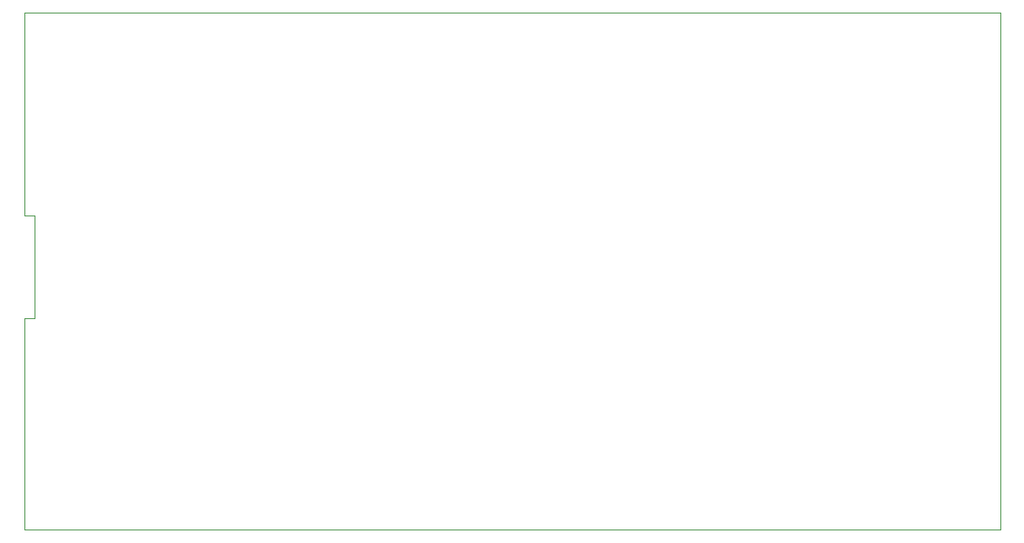
<source format=gbr>
%TF.GenerationSoftware,Altium Limited,Altium Designer,20.1.11 (218)*%
G04 Layer_Color=0*
%FSLAX26Y26*%
%MOIN*%
%TF.SameCoordinates,27E64F16-BD7F-4648-91A1-9AE93EB88D02*%
%TF.FilePolarity,Positive*%
%TF.FileFunction,Profile,NP*%
%TF.Part,Single*%
G01*
G75*
%TA.AperFunction,Profile*%
%ADD124C,0.001000*%
D124*
X0Y-0D02*
Y838583D01*
X39370D01*
Y1244094D01*
X0D01*
Y2047244D01*
X3858268D01*
X3858268Y-0D01*
X0D01*
%TF.MD5,ce4834e565285ef7a82faeea835954ea*%
M02*

</source>
